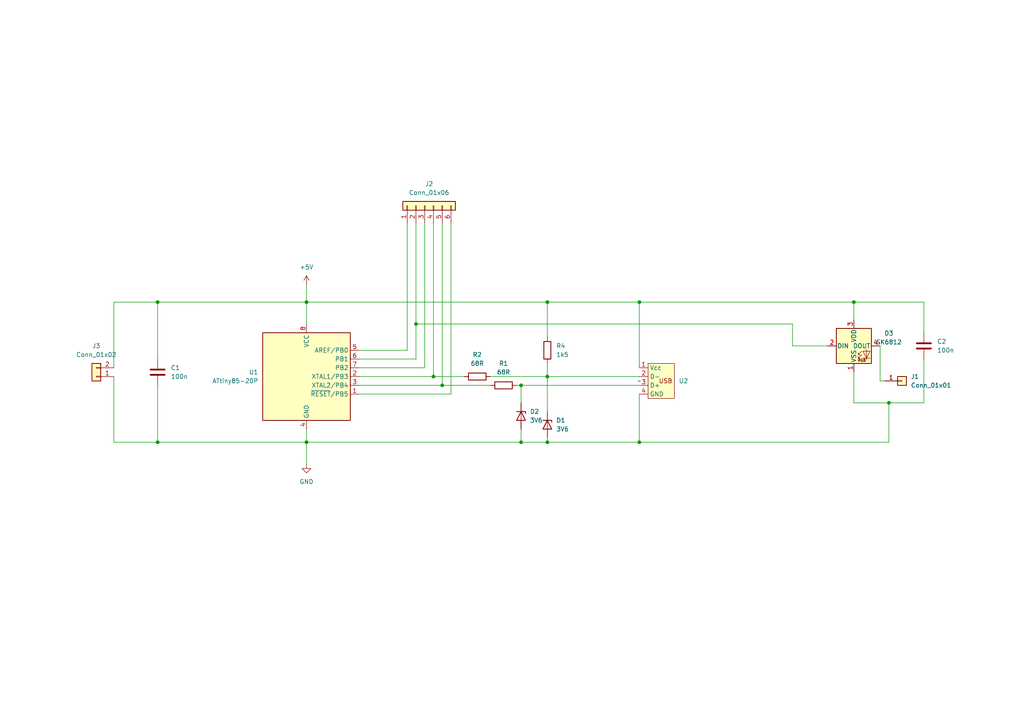
<source format=kicad_sch>
(kicad_sch (version 20230121) (generator eeschema)
  (paper "A4")
  (lib_symbols
    (symbol "Connector_Generic:Conn_01x01" (pin_names (offset 1.016) hide)
      (property "Reference" "J" (at 0 2.54 0))
      (property "Value" "Conn_01x01" (at 0 -2.54 0))
      (symbol "Conn_01x01_1_1"
        (rectangle (start -1.27 0.127) (end 0 -0.127) (stroke (width 0.1524)))
        (rectangle (start -1.27 1.27) (end 1.27 -1.27) (stroke (width 0.254)) (fill (type background)))
        (pin passive line (at -5.08 0 0) (length 3.81) (name "Pin_1") (number "1"))
      )
    )
    (symbol "Connector_Generic:Conn_01x02" (pin_names (offset 1.016) hide)
      (property "Reference" "J" (at 0 2.54 0))
      (property "Value" "Conn_01x02" (at 0 -5.08 0))
      (symbol "Conn_01x02_1_1"
        (rectangle (start -1.27 -2.413) (end 0 -2.667) (stroke (width 0.1524)))
        (rectangle (start -1.27 0.127) (end 0 -0.127) (stroke (width 0.1524)))
        (rectangle (start -1.27 1.27) (end 1.27 -3.81) (stroke (width 0.254)) (fill (type background)))
        (pin passive line (at -5.08 0 0) (length 3.81) (name "Pin_1") (number "1"))
        (pin passive line (at -5.08 -2.54 0) (length 3.81) (name "Pin_2") (number "2"))
      )
    )
    (symbol "Connector_Generic:Conn_01x06" (pin_names (offset 1.016) hide)
      (property "Reference" "J" (at 0 7.62 0))
      (property "Value" "Conn_01x06" (at 0 -10.16 0))
      (symbol "Conn_01x06_1_1"
        (rectangle (start -1.27 -7.493) (end 0 -7.747) (stroke (width 0.1524)))
        (rectangle (start -1.27 -4.953) (end 0 -5.207) (stroke (width 0.1524)))
        (rectangle (start -1.27 -2.413) (end 0 -2.667) (stroke (width 0.1524)))
        (rectangle (start -1.27 0.127) (end 0 -0.127) (stroke (width 0.1524)))
        (rectangle (start -1.27 2.667) (end 0 2.413) (stroke (width 0.1524)))
        (rectangle (start -1.27 5.207) (end 0 4.953) (stroke (width 0.1524)))
        (rectangle (start -1.27 6.35) (end 1.27 -8.89) (stroke (width 0.254)) (fill (type background)))
        (pin passive line (at -5.08 5.08 0) (length 3.81) (name "Pin_1") (number "1"))
        (pin passive line (at -5.08 2.54 0) (length 3.81) (name "Pin_2") (number "2"))
        (pin passive line (at -5.08 0 0) (length 3.81) (name "Pin_3") (number "3"))
        (pin passive line (at -5.08 -2.54 0) (length 3.81) (name "Pin_4") (number "4"))
        (pin passive line (at -5.08 -5.08 0) (length 3.81) (name "Pin_5") (number "5"))
        (pin passive line (at -5.08 -7.62 0) (length 3.81) (name "Pin_6") (number "6"))
      )
    )
    (symbol "Device:C" (pin_numbers hide) (pin_names (offset 0.254))
      (property "Reference" "C" (at 0.635 2.54 0))
      (property "Value" "C" (at 0.635 -2.54 0))
      (symbol "C_0_1"
        (polyline (pts (xy -2.032 -0.762) (xy 2.032 -0.762)) (stroke (width 0.508)))
        (polyline (pts (xy -2.032 0.762) (xy 2.032 0.762)) (stroke (width 0.508)))
      )
      (symbol "C_1_1"
        (pin passive line (at 0 3.81 270) (length 2.794) (name "~") (number "1"))
        (pin passive line (at 0 -3.81 90) (length 2.794) (name "~") (number "2"))
      )
    )
    (symbol "Device:D_Zener" (pin_numbers hide) (pin_names (offset 1.016) hide)
      (property "Reference" "D" (at 0 2.54 0))
      (property "Value" "D_Zener" (at 0 -2.54 0))
      (symbol "D_Zener_0_1"
        (polyline (pts (xy 1.27 0) (xy -1.27 0)))
        (polyline (pts (xy -1.27 -1.27) (xy -1.27 1.27) (xy -0.762 1.27)) (stroke (width 0.254)))
        (polyline (pts (xy 1.27 -1.27) (xy 1.27 1.27) (xy -1.27 0) (xy 1.27 -1.27)) (stroke (width 0.254)))
      )
      (symbol "D_Zener_1_1"
        (pin passive line (at -3.81 0 0) (length 2.54) (name "K") (number "1"))
        (pin passive line (at 3.81 0 180) (length 2.54) (name "A") (number "2"))
      )
    )
    (symbol "Device:R" (pin_numbers hide) (pin_names (offset 0))
      (property "Reference" "R" (at 2.032 0 90))
      (property "Value" "R" (at 0 0 90))
      (symbol "R_0_1"
        (rectangle (start -1.016 -2.54) (end 1.016 2.54) (stroke (width 0.254)))
      )
      (symbol "R_1_1"
        (pin passive line (at 0 3.81 270) (length 1.27) (name "~") (number "1"))
        (pin passive line (at 0 -3.81 90) (length 1.27) (name "~") (number "2"))
      )
    )
    (symbol "LED:SK6812" (pin_names (offset 0.254))
      (property "Reference" "D" (at 5.08 5.715 0))
      (property "Value" "SK6812" (at 1.27 -5.715 0))
      (symbol "SK6812_0_0"
        (text "RGB" (at 2.286 -4.191 0) (effects (font (size 0.762 0.762))))
      )
      (symbol "SK6812_0_1"
        (polyline (pts (xy 1.27 -3.556) (xy 1.778 -3.556)))
        (polyline (pts (xy 1.27 -2.54) (xy 1.778 -2.54)))
        (polyline (pts (xy 4.699 -3.556) (xy 2.667 -3.556)))
        (polyline (pts (xy 2.286 -2.54) (xy 1.27 -3.556) (xy 1.27 -3.048)))
        (polyline (pts (xy 2.286 -1.524) (xy 1.27 -2.54) (xy 1.27 -2.032)))
        (polyline (pts (xy 3.683 -1.016) (xy 3.683 -3.556) (xy 3.683 -4.064)))
        (polyline (pts (xy 4.699 -1.524) (xy 2.667 -1.524) (xy 3.683 -3.556) (xy 4.699 -1.524)))
        (rectangle (start 5.08 5.08) (end -5.08 -5.08) (stroke (width 0.254)) (fill (type background)))
      )
      (symbol "SK6812_1_1"
        (pin power_in line (at 0 -7.62 90) (length 2.54) (name "VSS") (number "1"))
        (pin input line (at -7.62 0 0) (length 2.54) (name "DIN") (number "2"))
        (pin power_in line (at 0 7.62 270) (length 2.54) (name "VDD") (number "3"))
        (pin output line (at 7.62 0 180) (length 2.54) (name "DOUT") (number "4"))
      )
    )
    (symbol "MCU_Microchip_ATtiny:ATtiny85-20P"
      (property "Reference" "U" (at -12.7 13.97 0))
      (property "Value" "ATtiny85-20P" (at 2.54 -13.97 0))
      (symbol "ATtiny85-20P_0_1"
        (rectangle (start -12.7 -12.7) (end 12.7 12.7) (stroke (width 0.254)) (fill (type background)))
      )
      (symbol "ATtiny85-20P_1_1"
        (pin bidirectional line (at 15.24 -5.08 180) (length 2.54) (name "~{RESET}/PB5") (number "1"))
        (pin bidirectional line (at 15.24 0 180) (length 2.54) (name "XTAL1/PB3") (number "2"))
        (pin bidirectional line (at 15.24 -2.54 180) (length 2.54) (name "XTAL2/PB4") (number "3"))
        (pin power_in line (at 0 -15.24 90) (length 2.54) (name "GND") (number "4"))
        (pin bidirectional line (at 15.24 7.62 180) (length 2.54) (name "AREF/PB0") (number "5"))
        (pin bidirectional line (at 15.24 5.08 180) (length 2.54) (name "PB1") (number "6"))
        (pin bidirectional line (at 15.24 2.54 180) (length 2.54) (name "PB2") (number "7"))
        (pin power_in line (at 0 15.24 270) (length 2.54) (name "VCC") (number "8"))
      )
    )
    (symbol "my_lib:pcb_usb-connector"
      (property "Reference" "U" (at 0 0 0))
      (symbol "pcb_usb-connector_1_1"
        (rectangle (start 2.54 5.08) (end 10.16 -5.08) (fill (type background)))
        (rectangle (start 7.62 0) (end 7.62 0))
        (text "USB" (at 7.62 0 0) (effects (font (size 1.27 1.27))))
        (pin power_in line (at 0 3.81 0) (length 2.54) (name "Vcc") (number "1"))
        (pin bidirectional line (at 0 1.27 0) (length 2.54) (name "D-") (number "2"))
        (pin bidirectional line (at 0 -1.27 0) (length 2.54) (name "D+") (number "3"))
        (pin power_in line (at 0 -3.81 0) (length 2.54) (name "GND") (number "4"))
      )
    )
    (symbol "power:+5V" (power) (pin_names (offset 0))
      (property "Value" "+5V" (at 0 3.556 0))
      (symbol "+5V_0_1"
        (polyline (pts (xy -0.762 1.27) (xy 0 2.54)))
        (polyline (pts (xy 0 0) (xy 0 2.54)))
        (polyline (pts (xy 0 2.54) (xy 0.762 1.27)))
      )
      (symbol "+5V_1_1"
        (pin power_in line (at 0 0 90) (length 0) hide (name "+5V") (number "1"))
      )
    )
    (symbol "power:GND" (power) (pin_names (offset 0))
      (property "Value" "GND" (at 0 -3.81 0))
      (symbol "GND_0_1"
        (polyline (pts (xy 0 0) (xy 0 -1.27) (xy 1.27 -1.27) (xy 0 -2.54) (xy -1.27 -1.27) (xy 0 -1.27)))
      )
      (symbol "GND_1_1"
        (pin power_in line (at 0 0 270) (length 0) hide (name "GND") (number "1"))
      )
    )
  )
  (junction (at 247.65 87.63))
  (junction (at 158.75 128.27))
  (junction (at 257.81 116.84))
  (junction (at 120.65 93.98))
  (junction (at 88.9 128.27))
  (junction (at 151.13 128.27))
  (junction (at 158.75 87.63))
  (junction (at 158.75 109.22))
  (junction (at 45.72 87.63))
  (junction (at 88.9 87.63))
  (junction (at 151.13 111.76))
  (junction (at 185.42 87.63))
  (junction (at 45.72 128.27))
  (junction (at 125.73 109.22))
  (junction (at 185.42 128.27))
  (junction (at 128.27 111.76))
  (wire (pts (xy 88.9 128.27) (xy 88.9 134.62)))
  (wire (pts (xy 125.73 64.77) (xy 125.73 109.22)))
  (wire (pts (xy 229.87 93.98) (xy 229.87 100.33)))
  (wire (pts (xy 158.75 128.27) (xy 151.13 128.27)))
  (wire (pts (xy 267.97 87.63) (xy 267.97 96.52)))
  (wire (pts (xy 45.72 87.63) (xy 88.9 87.63)))
  (wire (pts (xy 255.27 100.33) (xy 255.27 110.49)))
  (wire (pts (xy 158.75 105.41) (xy 158.75 109.22)))
  (wire (pts (xy 120.65 93.98) (xy 120.65 64.77)))
  (wire (pts (xy 142.24 109.22) (xy 158.75 109.22)))
  (wire (pts (xy 247.65 116.84) (xy 257.81 116.84)))
  (wire (pts (xy 128.27 64.77) (xy 128.27 111.76)))
  (wire (pts (xy 118.11 101.6) (xy 118.11 64.77)))
  (wire (pts (xy 185.42 87.63) (xy 247.65 87.63)))
  (wire (pts (xy 45.72 111.76) (xy 45.72 128.27)))
  (wire (pts (xy 88.9 124.46) (xy 88.9 128.27)))
  (wire (pts (xy 33.02 87.63) (xy 45.72 87.63)))
  (wire (pts (xy 125.73 109.22) (xy 134.62 109.22)))
  (wire (pts (xy 229.87 100.33) (xy 240.03 100.33)))
  (wire (pts (xy 247.65 92.71) (xy 247.65 87.63)))
  (wire (pts (xy 45.72 104.14) (xy 45.72 87.63)))
  (wire (pts (xy 158.75 109.22) (xy 158.75 119.38)))
  (wire (pts (xy 88.9 82.55) (xy 88.9 87.63)))
  (wire (pts (xy 33.02 128.27) (xy 45.72 128.27)))
  (wire (pts (xy 151.13 111.76) (xy 151.13 116.84)))
  (wire (pts (xy 120.65 104.14) (xy 120.65 93.98)))
  (wire (pts (xy 158.75 97.79) (xy 158.75 87.63)))
  (wire (pts (xy 158.75 109.22) (xy 185.42 109.22)))
  (wire (pts (xy 158.75 87.63) (xy 185.42 87.63)))
  (wire (pts (xy 33.02 106.68) (xy 33.02 87.63)))
  (wire (pts (xy 257.81 116.84) (xy 267.97 116.84)))
  (wire (pts (xy 45.72 128.27) (xy 88.9 128.27)))
  (wire (pts (xy 185.42 128.27) (xy 257.81 128.27)))
  (wire (pts (xy 151.13 124.46) (xy 151.13 128.27)))
  (wire (pts (xy 257.81 128.27) (xy 257.81 116.84)))
  (wire (pts (xy 120.65 93.98) (xy 229.87 93.98)))
  (wire (pts (xy 149.86 111.76) (xy 151.13 111.76)))
  (wire (pts (xy 88.9 87.63) (xy 158.75 87.63)))
  (wire (pts (xy 104.14 111.76) (xy 128.27 111.76)))
  (wire (pts (xy 247.65 107.95) (xy 247.65 116.84)))
  (wire (pts (xy 130.81 114.3) (xy 130.81 64.77)))
  (wire (pts (xy 104.14 101.6) (xy 118.11 101.6)))
  (wire (pts (xy 123.19 106.68) (xy 123.19 64.77)))
  (wire (pts (xy 267.97 116.84) (xy 267.97 104.14)))
  (wire (pts (xy 185.42 128.27) (xy 158.75 128.27)))
  (wire (pts (xy 104.14 114.3) (xy 130.81 114.3)))
  (wire (pts (xy 247.65 87.63) (xy 267.97 87.63)))
  (wire (pts (xy 88.9 87.63) (xy 88.9 93.98)))
  (wire (pts (xy 255.27 110.49) (xy 256.54 110.49)))
  (wire (pts (xy 185.42 106.68) (xy 185.42 87.63)))
  (wire (pts (xy 104.14 104.14) (xy 120.65 104.14)))
  (wire (pts (xy 104.14 106.68) (xy 123.19 106.68)))
  (wire (pts (xy 185.42 114.3) (xy 185.42 128.27)))
  (wire (pts (xy 128.27 111.76) (xy 142.24 111.76)))
  (wire (pts (xy 104.14 109.22) (xy 125.73 109.22)))
  (wire (pts (xy 151.13 128.27) (xy 88.9 128.27)))
  (wire (pts (xy 158.75 127) (xy 158.75 128.27)))
  (wire (pts (xy 151.13 111.76) (xy 185.42 111.76)))
  (wire (pts (xy 33.02 109.22) (xy 33.02 128.27)))
  (symbol (lib_id "Connector_Generic:Conn_01x02") (at 27.94 109.22 180) (unit 1)
    (property "Reference" "J3" (at 27.94 100.33 0))
    (property "Value" "Conn_01x02" (at 27.94 102.87 0))
    (property "Footprint" "Connector_PinHeader_2.54mm:PinHeader_1x02_P2.54mm_Vertical" (effects hide))
  )
  (symbol (lib_id "Device:D_Zener") (at 158.75 123.19 270) (unit 1)
    (property "Reference" "D1" (at 161.29 121.92 90) (effects (justify left)))
    (property "Value" "3V6" (at 161.29 124.46 90) (effects (justify left)))
    (property "Footprint" "Diode_SMD:D_SOD-123" (effects hide))
    (property "JLC" "SOD-123" (effects hide))
    (property "LCSC" "C2891771" (effects hide))
  )
  (symbol (lib_id "Device:R") (at 138.43 109.22 90) (unit 1)
    (property "Reference" "R2" (at 138.43 102.87 90))
    (property "Value" "68R" (at 138.43 105.41 90))
    (property "Footprint" "Resistor_SMD:R_0805_2012Metric_Pad1.20x1.40mm_HandSolder" (effects hide))
    (property "JLC" "0805" (effects hide))
    (property "LCSC" "C17802" (effects hide))
  )
  (symbol (lib_id "Connector_Generic:Conn_01x01") (at 261.62 110.49 0) (unit 1)
    (property "Reference" "J1" (at 264.16 109.22 0) (effects (justify left)))
    (property "Value" "Conn_01x01" (at 264.16 111.76 0) (effects (justify left)))
    (property "Footprint" "Connector_PinHeader_2.54mm:PinHeader_1x01_P2.54mm_Vertical" (effects hide))
  )
  (symbol (lib_id "my_lib:pcb_usb-connector") (at 185.42 110.49 0) (unit 1)
    (property "Reference" "U2" (at 196.85 110.49 0) (effects (justify left)))
    (property "Value" "~" (at 185.42 110.49 0))
    (property "Footprint" "my_lib:pcb_usb-connector" (effects hide))
  )
  (symbol (lib_id "Device:R") (at 158.75 101.6 0) (unit 1)
    (property "Reference" "R4" (at 161.29 100.33 0) (effects (justify left)))
    (property "Value" "1k5" (at 161.29 102.87 0) (effects (justify left)))
    (property "Footprint" "Resistor_SMD:R_0805_2012Metric_Pad1.20x1.40mm_HandSolder" (effects hide))
    (property "JLC" "0805" (effects hide))
    (property "LCSC" "C103998" (effects hide))
  )
  (symbol (lib_id "power:+5V") (at 88.9 82.55 0) (unit 1)
    (property "Reference" "#PWR01" (effects hide))
    (property "Value" "+5V" (at 88.9 77.47 0))
  )
  (symbol (lib_id "MCU_Microchip_ATtiny:ATtiny85-20P") (at 88.9 109.22 0) (unit 1)
    (property "Reference" "U1" (at 74.93 107.95 0) (effects (justify right)))
    (property "Value" "ATtiny85-20P" (at 74.93 110.49 0) (effects (justify right)))
    (property "Footprint" "Package_DIP:DIP-8_W7.62mm" (effects hide))
    (property "Datasheet" "http://ww1.microchip.com/downloads/en/DeviceDoc/atmel-2586-avr-8-bit-microcontroller-attiny25-attiny45-attiny85_datasheet.pdf" (effects hide))
  )
  (symbol (lib_id "power:GND") (at 88.9 134.62 0) (unit 1)
    (property "Reference" "#PWR02" (effects hide))
    (property "Value" "GND" (at 88.9 139.7 0))
  )
  (symbol (lib_id "LED:SK6812") (at 247.65 100.33 0) (unit 1)
    (property "Reference" "D3" (at 257.81 96.6821 0))
    (property "Value" "SK6812" (at 257.81 99.2221 0))
    (property "Footprint" "LED_SMD:LED_SK6812_PLCC4_5.0x5.0mm_P3.2mm" (effects hide))
    (property "Datasheet" "https://cdn-shop.adafruit.com/product-files/1138/SK6812+LED+datasheet+.pdf" (effects hide))
    (property "JLC" "SMD5050-4P" (effects hide))
    (property "LCSC" "C5160656" (effects hide))
  )
  (symbol (lib_id "Device:R") (at 146.05 111.76 90) (unit 1)
    (property "Reference" "R1" (at 146.05 105.41 90))
    (property "Value" "68R" (at 146.05 107.95 90))
    (property "Footprint" "Resistor_SMD:R_0805_2012Metric_Pad1.20x1.40mm_HandSolder" (effects hide))
    (property "JLC" "0805" (effects hide))
    (property "LCSC" "C17802" (effects hide))
  )
  (symbol (lib_id "Device:C") (at 267.97 100.33 0) (unit 1)
    (property "Reference" "C2" (at 271.78 99.06 0) (effects (justify left)))
    (property "Value" "100n" (at 271.78 101.6 0) (effects (justify left)))
    (property "Footprint" "Capacitor_SMD:C_0805_2012Metric_Pad1.18x1.45mm_HandSolder" (effects hide))
    (property "JLC" "0805" (effects hide))
    (property "LCSC" "C495959" (effects hide))
  )
  (symbol (lib_id "Device:C") (at 45.72 107.95 0) (unit 1)
    (property "Reference" "C1" (at 49.53 106.68 0) (effects (justify left)))
    (property "Value" "100n" (at 49.53 109.22 0) (effects (justify left)))
    (property "Footprint" "Capacitor_SMD:C_0805_2012Metric_Pad1.18x1.45mm_HandSolder" (effects hide))
    (property "JLC" "0805" (effects hide))
    (property "LCSC" "C495959" (effects hide))
  )
  (symbol (lib_id "Connector_Generic:Conn_01x06") (at 123.19 59.69 90) (unit 1)
    (property "Reference" "J2" (at 124.46 53.34 90))
    (property "Value" "Conn_01x06" (at 124.46 55.88 90))
    (property "Footprint" "Connector_PinHeader_2.54mm:PinHeader_1x06_P2.54mm_Vertical" (effects hide))
  )
  (symbol (lib_id "Device:D_Zener") (at 151.13 120.65 270) (unit 1)
    (property "Reference" "D2" (at 153.67 119.38 90) (effects (justify left)))
    (property "Value" "3V6" (at 153.67 121.92 90) (effects (justify left)))
    (property "Footprint" "Diode_SMD:D_SOD-123" (effects hide))
    (property "JLC" "SOD-123" (effects hide))
    (property "LCSC" "C2891771" (effects hide))
  )
)
</source>
